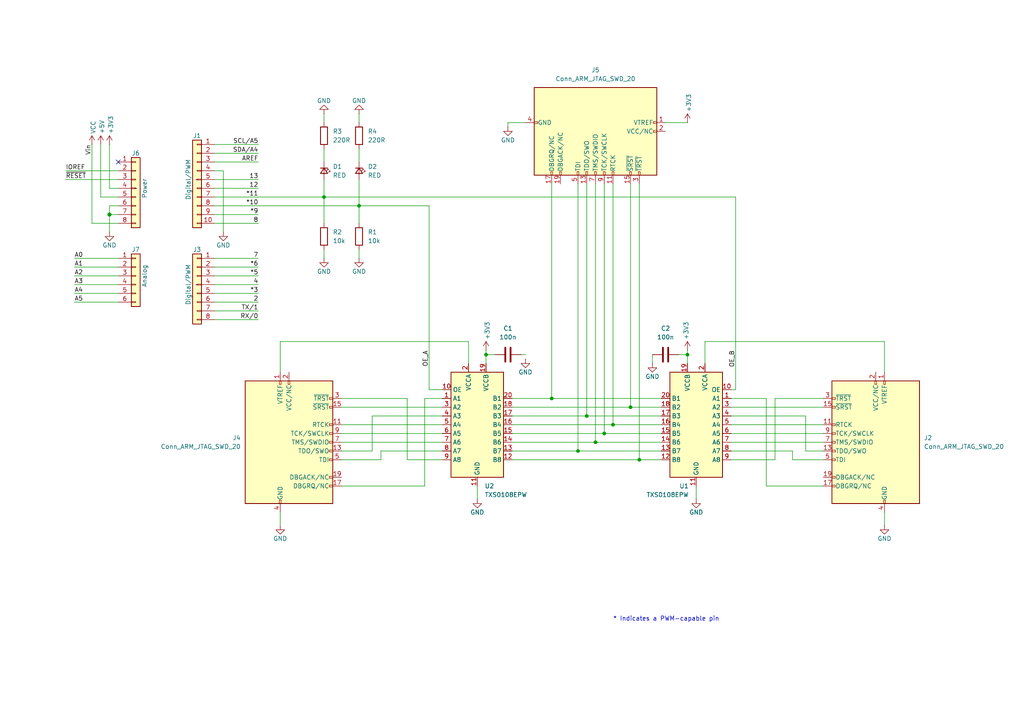
<source format=kicad_sch>
(kicad_sch (version 20250114) (generator "eeschema") (generator_version "9.0")
  (paper "A4")
  (title_block (date "mar. 31 mars 2015"))
  (lib_symbols
    (symbol "Connector:Conn_ARM_JTAG_SWD_20" (pin_names (offset 1.016))
      (property "Reference" "J" (at -5.08 21.59 0))
      (property "Value" "Conn_ARM_JTAG_SWD_20" (at -5.08 19.05 0))
      (symbol "Conn_ARM_JTAG_SWD_20_0_1"
        (rectangle (start -12.7 17.78) (end 12.7 -17.78) (stroke (width 0.254)) (fill (type background)))
        (rectangle (start -2.794 17.78) (end -2.286 16.764))
        (rectangle (start -2.794 -17.78) (end -2.286 -16.764))
        (rectangle (start -0.254 17.78) (end 0.254 16.764))
        (rectangle (start 11.684 2.286) (end 12.7 2.794))
        (rectangle (start 12.7 12.954) (end 11.684 12.446))
        (rectangle (start 12.7 10.414) (end 11.684 9.906))
        (rectangle (start 12.7 4.826) (end 11.684 5.334))
        (rectangle (start 12.7 -0.254) (end 11.684 0.254))
        (rectangle (start 12.7 -2.794) (end 11.684 -2.286))
        (rectangle (start 12.7 -9.906) (end 11.684 -10.414))
        (rectangle (start 12.7 -12.446) (end 11.684 -12.954))
      )
      (symbol "Conn_ARM_JTAG_SWD_20_1_1"
        (rectangle (start 11.684 -5.334) (end 12.7 -4.826))
        (pin power_in line (at -2.54 20.32 270) (length 2.54) (name "VTREF") (number "1"))
        (pin passive line (at -2.54 -20.32 90) (length 2.54) (hide yes) (name "GND") (number "10"))
        (pin passive line (at -2.54 -20.32 90) (length 2.54) (hide yes) (name "GND") (number "12"))
        (pin passive line (at -2.54 -20.32 90) (length 2.54) (hide yes) (name "GND") (number "14"))
        (pin passive line (at -2.54 -20.32 90) (length 2.54) (hide yes) (name "GND") (number "16"))
        (pin passive line (at -2.54 -20.32 90) (length 2.54) (hide yes) (name "GND") (number "18"))
        (pin passive line (at -2.54 -20.32 90) (length 2.54) (hide yes) (name "GND") (number "20"))
        (pin power_in line (at -2.54 -20.32 90) (length 2.54) (name "GND") (number "4"))
        (pin passive line (at -2.54 -20.32 90) (length 2.54) (hide yes) (name "GND") (number "6"))
        (pin passive line (at -2.54 -20.32 90) (length 2.54) (hide yes) (name "GND") (number "8"))
        (pin power_in line (at 0 20.32 270) (length 2.54) (name "VCC/NC") (number "2"))
        (pin output line (at 15.24 12.7 180) (length 2.54) (name "~{TRST}") (number "3"))
        (pin bidirectional line (at 15.24 10.16 180) (length 2.54) (name "~{SRST}") (number "15"))
        (pin input line (at 15.24 5.08 180) (length 2.54) (name "RTCK") (number "11"))
        (pin output line (at 15.24 2.54 180) (length 2.54) (name "TCK/SWCLK") (number "9"))
        (pin output line (at 15.24 0 180) (length 2.54) (name "TMS/SWDIO") (number "7"))
        (pin input line (at 15.24 -2.54 180) (length 2.54) (name "TDO/SWO") (number "13"))
        (pin output line (at 15.24 -5.08 180) (length 2.54) (name "TDI") (number "5"))
        (pin input line (at 15.24 -10.16 180) (length 2.54) (name "DBGACK/NC") (number "19"))
        (pin output line (at 15.24 -12.7 180) (length 2.54) (name "DBGRQ/NC") (number "17"))
      )
    )
    (symbol "Connector_Generic:Conn_01x06" (pin_names (offset 1.016) (hide yes))
      (property "Reference" "J" (at 0 7.62 0))
      (property "Value" "Conn_01x06" (at 0 -10.16 0))
      (symbol "Conn_01x06_1_1"
        (rectangle (start -1.27 6.35) (end 1.27 -8.89) (stroke (width 0.254)) (fill (type background)))
        (rectangle (start -1.27 5.207) (end 0 4.953) (stroke (width 0.1524)))
        (rectangle (start -1.27 2.667) (end 0 2.413) (stroke (width 0.1524)))
        (rectangle (start -1.27 0.127) (end 0 -0.127) (stroke (width 0.1524)))
        (rectangle (start -1.27 -2.413) (end 0 -2.667) (stroke (width 0.1524)))
        (rectangle (start -1.27 -4.953) (end 0 -5.207) (stroke (width 0.1524)))
        (rectangle (start -1.27 -7.493) (end 0 -7.747) (stroke (width 0.1524)))
        (pin passive line (at -5.08 5.08 0) (length 3.81) (name "Pin_1") (number "1"))
        (pin passive line (at -5.08 2.54 0) (length 3.81) (name "Pin_2") (number "2"))
        (pin passive line (at -5.08 0 0) (length 3.81) (name "Pin_3") (number "3"))
        (pin passive line (at -5.08 -2.54 0) (length 3.81) (name "Pin_4") (number "4"))
        (pin passive line (at -5.08 -5.08 0) (length 3.81) (name "Pin_5") (number "5"))
        (pin passive line (at -5.08 -7.62 0) (length 3.81) (name "Pin_6") (number "6"))
      )
    )
    (symbol "Connector_Generic:Conn_01x08" (pin_names (offset 1.016) (hide yes))
      (property "Reference" "J" (at 0 10.16 0))
      (property "Value" "Conn_01x08" (at 0 -12.7 0))
      (symbol "Conn_01x08_1_1"
        (rectangle (start -1.27 8.89) (end 1.27 -11.43) (stroke (width 0.254)) (fill (type background)))
        (rectangle (start -1.27 7.747) (end 0 7.493) (stroke (width 0.1524)))
        (rectangle (start -1.27 5.207) (end 0 4.953) (stroke (width 0.1524)))
        (rectangle (start -1.27 2.667) (end 0 2.413) (stroke (width 0.1524)))
        (rectangle (start -1.27 0.127) (end 0 -0.127) (stroke (width 0.1524)))
        (rectangle (start -1.27 -2.413) (end 0 -2.667) (stroke (width 0.1524)))
        (rectangle (start -1.27 -4.953) (end 0 -5.207) (stroke (width 0.1524)))
        (rectangle (start -1.27 -7.493) (end 0 -7.747) (stroke (width 0.1524)))
        (rectangle (start -1.27 -10.033) (end 0 -10.287) (stroke (width 0.1524)))
        (pin passive line (at -5.08 7.62 0) (length 3.81) (name "Pin_1") (number "1"))
        (pin passive line (at -5.08 5.08 0) (length 3.81) (name "Pin_2") (number "2"))
        (pin passive line (at -5.08 2.54 0) (length 3.81) (name "Pin_3") (number "3"))
        (pin passive line (at -5.08 0 0) (length 3.81) (name "Pin_4") (number "4"))
        (pin passive line (at -5.08 -2.54 0) (length 3.81) (name "Pin_5") (number "5"))
        (pin passive line (at -5.08 -5.08 0) (length 3.81) (name "Pin_6") (number "6"))
        (pin passive line (at -5.08 -7.62 0) (length 3.81) (name "Pin_7") (number "7"))
        (pin passive line (at -5.08 -10.16 0) (length 3.81) (name "Pin_8") (number "8"))
      )
    )
    (symbol "Connector_Generic:Conn_01x10" (pin_names (offset 1.016) (hide yes))
      (property "Reference" "J" (at 0 12.7 0))
      (property "Value" "Conn_01x10" (at 0 -15.24 0))
      (symbol "Conn_01x10_1_1"
        (rectangle (start -1.27 11.43) (end 1.27 -13.97) (stroke (width 0.254)) (fill (type background)))
        (rectangle (start -1.27 10.287) (end 0 10.033) (stroke (width 0.1524)))
        (rectangle (start -1.27 7.747) (end 0 7.493) (stroke (width 0.1524)))
        (rectangle (start -1.27 5.207) (end 0 4.953) (stroke (width 0.1524)))
        (rectangle (start -1.27 2.667) (end 0 2.413) (stroke (width 0.1524)))
        (rectangle (start -1.27 0.127) (end 0 -0.127) (stroke (width 0.1524)))
        (rectangle (start -1.27 -2.413) (end 0 -2.667) (stroke (width 0.1524)))
        (rectangle (start -1.27 -4.953) (end 0 -5.207) (stroke (width 0.1524)))
        (rectangle (start -1.27 -7.493) (end 0 -7.747) (stroke (width 0.1524)))
        (rectangle (start -1.27 -10.033) (end 0 -10.287) (stroke (width 0.1524)))
        (rectangle (start -1.27 -12.573) (end 0 -12.827) (stroke (width 0.1524)))
        (pin passive line (at -5.08 10.16 0) (length 3.81) (name "Pin_1") (number "1"))
        (pin passive line (at -5.08 7.62 0) (length 3.81) (name "Pin_2") (number "2"))
        (pin passive line (at -5.08 5.08 0) (length 3.81) (name "Pin_3") (number "3"))
        (pin passive line (at -5.08 2.54 0) (length 3.81) (name "Pin_4") (number "4"))
        (pin passive line (at -5.08 0 0) (length 3.81) (name "Pin_5") (number "5"))
        (pin passive line (at -5.08 -2.54 0) (length 3.81) (name "Pin_6") (number "6"))
        (pin passive line (at -5.08 -5.08 0) (length 3.81) (name "Pin_7") (number "7"))
        (pin passive line (at -5.08 -7.62 0) (length 3.81) (name "Pin_8") (number "8"))
        (pin passive line (at -5.08 -10.16 0) (length 3.81) (name "Pin_9") (number "9"))
        (pin passive line (at -5.08 -12.7 0) (length 3.81) (name "Pin_10") (number "10"))
      )
    )
    (symbol "Device:C" (pin_numbers (hide yes)) (pin_names (offset 0.254))
      (property "Reference" "C" (at 0.635 2.54 0))
      (property "Value" "C" (at 0.635 -2.54 0))
      (symbol "C_0_1"
        (polyline (pts (xy -2.032 0.762) (xy 2.032 0.762)) (stroke (width 0.508)))
        (polyline (pts (xy -2.032 -0.762) (xy 2.032 -0.762)) (stroke (width 0.508)))
      )
      (symbol "C_1_1"
        (pin passive line (at 0 3.81 270) (length 2.794) (name "~") (number "1"))
        (pin passive line (at 0 -3.81 90) (length 2.794) (name "~") (number "2"))
      )
    )
    (symbol "Device:LED_Small" (pin_numbers (hide yes)) (pin_names (offset 0.254) (hide yes))
      (property "Reference" "D" (at -1.27 3.175 0))
      (property "Value" "LED_Small" (at -4.445 -2.54 0))
      (symbol "LED_Small_0_1"
        (polyline (pts (xy -0.762 -1.016) (xy -0.762 1.016)) (stroke (width 0.254)))
        (polyline (pts (xy 0 0.762) (xy -0.508 1.27) (xy -0.254 1.27) (xy -0.508 1.27) (xy -0.508 1.016)))
        (polyline (pts (xy 0.508 1.27) (xy 0 1.778) (xy 0.254 1.778) (xy 0 1.778) (xy 0 1.524)))
        (polyline (pts (xy 0.762 -1.016) (xy -0.762 0) (xy 0.762 1.016) (xy 0.762 -1.016)) (stroke (width 0.254)))
        (polyline (pts (xy 1.016 0) (xy -0.762 0)))
      )
      (symbol "LED_Small_1_1"
        (pin passive line (at -2.54 0 0) (length 1.778) (name "K") (number "1"))
        (pin passive line (at 2.54 0 180) (length 1.778) (name "A") (number "2"))
      )
    )
    (symbol "Device:R" (pin_numbers (hide yes)) (pin_names (offset 0))
      (property "Reference" "R" (at 2.032 0 90))
      (property "Value" "R" (at 0 0 90))
      (symbol "R_0_1"
        (rectangle (start -1.016 -2.54) (end 1.016 2.54) (stroke (width 0.254)))
      )
      (symbol "R_1_1"
        (pin passive line (at 0 3.81 270) (length 1.27) (name "~") (number "1"))
        (pin passive line (at 0 -3.81 90) (length 1.27) (name "~") (number "2"))
      )
    )
    (symbol "Logic_LevelTranslator:TXS0108EPW"
      (property "Reference" "U" (at -6.35 16.51 0))
      (property "Value" "TXS0108EPW" (at 3.81 16.51 0))
      (symbol "TXS0108EPW_0_1"
        (rectangle (start -7.62 15.24) (end 7.62 -15.24) (stroke (width 0.254)) (fill (type background)))
      )
      (symbol "TXS0108EPW_1_1"
        (pin input line (at -10.16 10.16 0) (length 2.54) (name "OE") (number "10"))
        (pin bidirectional line (at -10.16 7.62 0) (length 2.54) (name "A1") (number "1"))
        (pin bidirectional line (at -10.16 5.08 0) (length 2.54) (name "A2") (number "3"))
        (pin bidirectional line (at -10.16 2.54 0) (length 2.54) (name "A3") (number "4"))
        (pin bidirectional line (at -10.16 0 0) (length 2.54) (name "A4") (number "5"))
        (pin bidirectional line (at -10.16 -2.54 0) (length 2.54) (name "A5") (number "6"))
        (pin bidirectional line (at -10.16 -5.08 0) (length 2.54) (name "A6") (number "7"))
        (pin bidirectional line (at -10.16 -7.62 0) (length 2.54) (name "A7") (number "8"))
        (pin bidirectional line (at -10.16 -10.16 0) (length 2.54) (name "A8") (number "9"))
        (pin power_in line (at -2.54 17.78 270) (length 2.54) (name "VCCA") (number "2"))
        (pin power_in line (at 0 -17.78 90) (length 2.54) (name "GND") (number "11"))
        (pin power_in line (at 2.54 17.78 270) (length 2.54) (name "VCCB") (number "19"))
        (pin bidirectional line (at 10.16 7.62 180) (length 2.54) (name "B1") (number "20"))
        (pin bidirectional line (at 10.16 5.08 180) (length 2.54) (name "B2") (number "18"))
        (pin bidirectional line (at 10.16 2.54 180) (length 2.54) (name "B3") (number "17"))
        (pin bidirectional line (at 10.16 0 180) (length 2.54) (name "B4") (number "16"))
        (pin bidirectional line (at 10.16 -2.54 180) (length 2.54) (name "B5") (number "15"))
        (pin bidirectional line (at 10.16 -5.08 180) (length 2.54) (name "B6") (number "14"))
        (pin bidirectional line (at 10.16 -7.62 180) (length 2.54) (name "B7") (number "13"))
        (pin bidirectional line (at 10.16 -10.16 180) (length 2.54) (name "B8") (number "12"))
      )
    )
    (symbol "power:+3V3" (power) (pin_numbers (hide yes)) (pin_names (offset 0) (hide yes))
      (property "Value" "+3V3" (at 0 3.556 0))
      (symbol "+3V3_0_1"
        (polyline (pts (xy -0.762 1.27) (xy 0 2.54)))
        (polyline (pts (xy 0 2.54) (xy 0.762 1.27)))
        (polyline (pts (xy 0 0) (xy 0 2.54)))
      )
      (symbol "+3V3_1_1"
        (pin power_in line (at 0 0 90) (length 0) (name "~") (number "1"))
      )
    )
    (symbol "power:+5V" (power) (pin_numbers (hide yes)) (pin_names (offset 0) (hide yes))
      (property "Value" "+5V" (at 0 3.556 0))
      (symbol "+5V_0_1"
        (polyline (pts (xy -0.762 1.27) (xy 0 2.54)))
        (polyline (pts (xy 0 2.54) (xy 0.762 1.27)))
        (polyline (pts (xy 0 0) (xy 0 2.54)))
      )
      (symbol "+5V_1_1"
        (pin power_in line (at 0 0 90) (length 0) (name "~") (number "1"))
      )
    )
    (symbol "power:GND" (power) (pin_numbers (hide yes)) (pin_names (offset 0) (hide yes))
      (property "Value" "GND" (at 0 -3.81 0))
      (symbol "GND_0_1"
        (polyline (pts (xy 0 0) (xy 0 -1.27) (xy 1.27 -1.27) (xy 0 -2.54) (xy -1.27 -1.27) (xy 0 -1.27)))
      )
      (symbol "GND_1_1"
        (pin power_in line (at 0 0 270) (length 0) (name "~") (number "1"))
      )
    )
    (symbol "power:VCC" (power) (pin_numbers (hide yes)) (pin_names (offset 0) (hide yes))
      (property "Value" "VCC" (at 0 3.556 0))
      (symbol "VCC_0_1"
        (polyline (pts (xy -0.762 1.27) (xy 0 2.54)))
        (polyline (pts (xy 0 2.54) (xy 0.762 1.27)))
        (polyline (pts (xy 0 0) (xy 0 2.54)))
      )
      (symbol "VCC_1_1"
        (pin power_in line (at 0 0 90) (length 0) (name "~") (number "1"))
      )
    )
  )
  (text "* Indicates a PWM-capable pin" (at 177.8 180.34 0) (effects (font (size 1.27 1.27)) (justify left bottom)))
  (junction (at 93.98 57.15))
  (junction (at 31.75 62.23) (diameter 1.016))
  (junction (at 185.42 133.35))
  (junction (at 160.02 115.57))
  (junction (at 175.26 125.73))
  (junction (at 182.88 118.11))
  (junction (at 140.97 102.87))
  (junction (at 104.14 59.69))
  (junction (at 177.8 123.19))
  (junction (at 199.39 102.87))
  (junction (at 167.64 130.81))
  (junction (at 170.18 120.65))
  (junction (at 172.72 128.27))
  (no_connect (at 34.29 46.99))
  (wire (pts (xy 62.23 92.71) (xy 74.93 92.71)))
  (wire (pts (xy 104.14 43.18) (xy 104.14 46.99)))
  (wire (pts (xy 135.89 99.06) (xy 135.89 105.41)))
  (wire (pts (xy 62.23 41.91) (xy 74.93 41.91)))
  (wire (pts (xy 148.59 130.81) (xy 167.64 130.81)))
  (wire (pts (xy 147.32 35.56) (xy 152.4 35.56)))
  (wire (pts (xy 118.11 115.57) (xy 118.11 133.35)))
  (wire (pts (xy 104.14 33.02) (xy 104.14 35.56)))
  (wire (pts (xy 140.97 102.87) (xy 143.51 102.87)))
  (wire (pts (xy 31.75 59.69) (xy 31.75 62.23)))
  (wire (pts (xy 148.59 133.35) (xy 185.42 133.35)))
  (wire (pts (xy 182.88 53.34) (xy 182.88 118.11)))
  (wire (pts (xy 21.59 87.63) (xy 34.29 87.63)))
  (wire (pts (xy 212.09 120.65) (xy 233.68 120.65)))
  (wire (pts (xy 196.85 102.87) (xy 199.39 102.87)))
  (wire (pts (xy 138.43 140.97) (xy 138.43 144.78)))
  (wire (pts (xy 147.32 35.56) (xy 147.32 36.83)))
  (wire (pts (xy 148.59 123.19) (xy 177.8 123.19)))
  (wire (pts (xy 170.18 53.34) (xy 170.18 120.65)))
  (wire (pts (xy 31.75 62.23) (xy 31.75 67.31)))
  (wire (pts (xy 62.23 57.15) (xy 93.98 57.15)))
  (wire (pts (xy 31.75 54.61) (xy 34.29 54.61)))
  (wire (pts (xy 29.21 57.15) (xy 34.29 57.15)))
  (wire (pts (xy 123.19 140.97) (xy 123.19 115.57)))
  (wire (pts (xy 29.21 41.91) (xy 29.21 57.15)))
  (wire (pts (xy 160.02 115.57) (xy 191.77 115.57)))
  (wire (pts (xy 118.11 133.35) (xy 128.27 133.35)))
  (wire (pts (xy 212.09 133.35) (xy 224.79 133.35)))
  (wire (pts (xy 62.23 52.07) (xy 74.93 52.07)))
  (wire (pts (xy 193.04 35.56) (xy 199.39 35.56)))
  (wire (pts (xy 110.49 130.81) (xy 128.27 130.81)))
  (wire (pts (xy 99.06 123.19) (xy 128.27 123.19)))
  (wire (pts (xy 31.75 41.91) (xy 31.75 54.61)))
  (wire (pts (xy 62.23 74.93) (xy 74.93 74.93)))
  (wire (pts (xy 256.54 148.59) (xy 256.54 152.4)))
  (wire (pts (xy 34.29 74.93) (xy 21.59 74.93)))
  (wire (pts (xy 62.23 54.61) (xy 74.93 54.61)))
  (wire (pts (xy 185.42 53.34) (xy 185.42 133.35)))
  (wire (pts (xy 182.88 118.11) (xy 191.77 118.11)))
  (wire (pts (xy 140.97 101.6) (xy 140.97 102.87)))
  (wire (pts (xy 62.23 77.47) (xy 74.93 77.47)))
  (wire (pts (xy 104.14 59.69) (xy 104.14 64.77)))
  (wire (pts (xy 124.46 59.69) (xy 124.46 113.03)))
  (wire (pts (xy 222.25 115.57) (xy 222.25 140.97)))
  (wire (pts (xy 123.19 115.57) (xy 128.27 115.57)))
  (wire (pts (xy 99.06 133.35) (xy 110.49 133.35)))
  (wire (pts (xy 93.98 33.02) (xy 93.98 35.56)))
  (wire (pts (xy 222.25 140.97) (xy 238.76 140.97)))
  (wire (pts (xy 107.95 130.81) (xy 107.95 120.65)))
  (wire (pts (xy 62.23 62.23) (xy 74.93 62.23)))
  (wire (pts (xy 172.72 128.27) (xy 191.77 128.27)))
  (wire (pts (xy 172.72 53.34) (xy 172.72 128.27)))
  (wire (pts (xy 199.39 102.87) (xy 199.39 105.41)))
  (wire (pts (xy 62.23 82.55) (xy 74.93 82.55)))
  (wire (pts (xy 148.59 118.11) (xy 182.88 118.11)))
  (wire (pts (xy 148.59 128.27) (xy 172.72 128.27)))
  (wire (pts (xy 19.05 49.53) (xy 34.29 49.53)))
  (wire (pts (xy 128.27 118.11) (xy 99.06 118.11)))
  (wire (pts (xy 81.28 107.95) (xy 81.28 99.06)))
  (wire (pts (xy 99.06 140.97) (xy 123.19 140.97)))
  (wire (pts (xy 177.8 123.19) (xy 191.77 123.19)))
  (wire (pts (xy 81.28 99.06) (xy 135.89 99.06)))
  (wire (pts (xy 233.68 120.65) (xy 233.68 130.81)))
  (wire (pts (xy 212.09 128.27) (xy 238.76 128.27)))
  (wire (pts (xy 93.98 57.15) (xy 213.36 57.15)))
  (wire (pts (xy 64.77 49.53) (xy 64.77 67.31)))
  (wire (pts (xy 128.27 120.65) (xy 107.95 120.65)))
  (wire (pts (xy 189.23 102.87) (xy 189.23 105.41)))
  (wire (pts (xy 148.59 120.65) (xy 170.18 120.65)))
  (wire (pts (xy 62.23 46.99) (xy 74.93 46.99)))
  (wire (pts (xy 212.09 123.19) (xy 238.76 123.19)))
  (wire (pts (xy 233.68 130.81) (xy 238.76 130.81)))
  (wire (pts (xy 34.29 80.01) (xy 21.59 80.01)))
  (wire (pts (xy 19.05 52.07) (xy 34.29 52.07)))
  (wire (pts (xy 229.87 130.81) (xy 229.87 133.35)))
  (wire (pts (xy 167.64 130.81) (xy 191.77 130.81)))
  (wire (pts (xy 124.46 113.03) (xy 128.27 113.03)))
  (wire (pts (xy 34.29 62.23) (xy 31.75 62.23)))
  (wire (pts (xy 93.98 52.07) (xy 93.98 57.15)))
  (wire (pts (xy 124.46 59.69) (xy 104.14 59.69)))
  (wire (pts (xy 152.4 102.87) (xy 151.13 102.87)))
  (wire (pts (xy 34.29 64.77) (xy 26.67 64.77)))
  (wire (pts (xy 175.26 125.73) (xy 191.77 125.73)))
  (wire (pts (xy 213.36 113.03) (xy 212.09 113.03)))
  (wire (pts (xy 21.59 77.47) (xy 34.29 77.47)))
  (wire (pts (xy 99.06 125.73) (xy 128.27 125.73)))
  (wire (pts (xy 212.09 118.11) (xy 238.76 118.11)))
  (wire (pts (xy 212.09 125.73) (xy 238.76 125.73)))
  (wire (pts (xy 104.14 72.39) (xy 104.14 74.93)))
  (wire (pts (xy 99.06 115.57) (xy 118.11 115.57)))
  (wire (pts (xy 177.8 53.34) (xy 177.8 123.19)))
  (wire (pts (xy 224.79 115.57) (xy 238.76 115.57)))
  (wire (pts (xy 212.09 115.57) (xy 222.25 115.57)))
  (wire (pts (xy 62.23 49.53) (xy 64.77 49.53)))
  (wire (pts (xy 170.18 120.65) (xy 191.77 120.65)))
  (wire (pts (xy 199.39 101.6) (xy 199.39 102.87)))
  (wire (pts (xy 148.59 115.57) (xy 160.02 115.57)))
  (wire (pts (xy 34.29 59.69) (xy 31.75 59.69)))
  (wire (pts (xy 148.59 125.73) (xy 175.26 125.73)))
  (wire (pts (xy 229.87 133.35) (xy 238.76 133.35)))
  (wire (pts (xy 93.98 57.15) (xy 93.98 64.77)))
  (wire (pts (xy 93.98 43.18) (xy 93.98 46.99)))
  (wire (pts (xy 256.54 107.95) (xy 256.54 99.06)))
  (wire (pts (xy 62.23 80.01) (xy 74.93 80.01)))
  (wire (pts (xy 21.59 82.55) (xy 34.29 82.55)))
  (wire (pts (xy 93.98 72.39) (xy 93.98 74.93)))
  (wire (pts (xy 175.26 53.34) (xy 175.26 125.73)))
  (wire (pts (xy 213.36 57.15) (xy 213.36 113.03)))
  (wire (pts (xy 256.54 99.06) (xy 204.47 99.06)))
  (wire (pts (xy 167.64 53.34) (xy 167.64 130.81)))
  (wire (pts (xy 110.49 133.35) (xy 110.49 130.81)))
  (wire (pts (xy 104.14 52.07) (xy 104.14 59.69)))
  (wire (pts (xy 160.02 53.34) (xy 160.02 115.57)))
  (wire (pts (xy 99.06 130.81) (xy 107.95 130.81)))
  (wire (pts (xy 81.28 148.59) (xy 81.28 152.4)))
  (wire (pts (xy 104.14 59.69) (xy 62.23 59.69)))
  (wire (pts (xy 62.23 44.45) (xy 74.93 44.45)))
  (wire (pts (xy 204.47 99.06) (xy 204.47 105.41)))
  (wire (pts (xy 62.23 87.63) (xy 74.93 87.63)))
  (wire (pts (xy 62.23 85.09) (xy 74.93 85.09)))
  (wire (pts (xy 201.93 140.97) (xy 201.93 144.78)))
  (wire (pts (xy 140.97 102.87) (xy 140.97 105.41)))
  (wire (pts (xy 212.09 130.81) (xy 229.87 130.81)))
  (wire (pts (xy 185.42 133.35) (xy 191.77 133.35)))
  (wire (pts (xy 62.23 90.17) (xy 74.93 90.17)))
  (wire (pts (xy 26.67 64.77) (xy 26.67 41.91)))
  (wire (pts (xy 224.79 133.35) (xy 224.79 115.57)))
  (wire (pts (xy 34.29 85.09) (xy 21.59 85.09)))
  (wire (pts (xy 62.23 64.77) (xy 74.93 64.77)))
  (wire (pts (xy 99.06 128.27) (xy 128.27 128.27)))
  (label "RX{slash}0" (at 74.93 92.71 180))
  (label "A2" (at 21.59 80.01 0))
  (label "4" (at 74.93 82.55 180))
  (label "OE_A" (at 124.46 101.6 270))
  (label "2" (at 74.93 87.63 180))
  (label "A3" (at 21.59 82.55 0))
  (label "13" (at 74.93 52.07 180))
  (label "12" (at 74.93 54.61 180))
  (label "~{RESET}" (at 19.05 52.07 0))
  (label "*10" (at 74.93 59.69 180))
  (label "7" (at 74.93 74.93 180))
  (label "SDA{slash}A4" (at 74.93 44.45 180))
  (label "8" (at 74.93 64.77 180))
  (label "*11" (at 74.93 57.15 180))
  (label "*3" (at 74.93 85.09 180))
  (label "A1" (at 21.59 77.47 0))
  (label "TX{slash}1" (at 74.93 90.17 180))
  (label "OE_B" (at 213.36 101.6 270))
  (label "A0" (at 21.59 74.93 0))
  (label "AREF" (at 74.93 46.99 180))
  (label "Vin" (at 26.67 41.91 270))
  (label "*6" (at 74.93 77.47 180))
  (label "SCL{slash}A5" (at 74.93 41.91 180))
  (label "*9" (at 74.93 62.23 180))
  (label "*5" (at 74.93 80.01 180))
  (label "IOREF" (at 19.05 49.53 0))
  (label "A4" (at 21.59 85.09 0))
  (label "A5" (at 21.59 87.63 0))
  (symbol (lib_id "Connector_Generic:Conn_01x08") (at 39.37 54.61 0) (unit 1)
    (property "Reference" "J6" (at 39.37 44.45 0))
    (property "Value" "Power" (at 41.91 54.61 90))
    (property "Footprint" "Connector_PinSocket_2.54mm:PinSocket_1x08_P2.54mm_Vertical" (effects (hide yes)))
    (property "Datasheet" "~" (at 39.37 54.61 0))
    (property "Description" "Generic connector, single row, 01x08, script generated (kicad-library-utils/schlib/autogen/connector/)" (effects (hide yes)))
  )
  (symbol (lib_id "power:+3V3") (at 31.75 41.91 0) (unit 1)
    (property "Reference" "#PWR03" (effects (hide yes)))
    (property "Value" "+3V3" (at 32.131 38.862 90) (effects (justify left)))
    (property "Description" "Power symbol creates a global label with name \"+3V3\"" (effects (hide yes)))
  )
  (symbol (lib_id "power:+5V") (at 29.21 41.91 0) (unit 1)
    (property "Reference" "#PWR02" (effects (hide yes)))
    (property "Value" "+5V" (at 29.5656 38.862 90) (effects (justify left)))
    (property "Description" "Power symbol creates a global label with name \"+5V\"" (effects (hide yes)))
  )
  (symbol (lib_id "power:GND") (at 31.75 67.31 0) (unit 1)
    (property "Reference" "#PWR04" (effects (hide yes)))
    (property "Value" "GND" (at 31.75 71.12 0))
    (property "Description" "Power symbol creates a global label with name \"GND\" , ground" (effects (hide yes)))
  )
  (symbol (lib_id "Connector_Generic:Conn_01x10") (at 57.15 52.07 0) (mirror y) (unit 1)
    (property "Reference" "J1" (at 57.15 39.37 0))
    (property "Value" "Digital/PWM" (at 54.61 52.07 90))
    (property "Footprint" "Connector_PinSocket_2.54mm:PinSocket_1x10_P2.54mm_Vertical" (effects (hide yes)))
    (property "Datasheet" "~" (at 57.15 52.07 0))
    (property "Description" "Generic connector, single row, 01x10, script generated (kicad-library-utils/schlib/autogen/connector/)" (effects (hide yes)))
  )
  (symbol (lib_id "power:GND") (at 64.77 67.31 0) (unit 1)
    (property "Reference" "#PWR05" (effects (hide yes)))
    (property "Value" "GND" (at 64.77 71.12 0))
    (property "Description" "Power symbol creates a global label with name \"GND\" , ground" (effects (hide yes)))
  )
  (symbol (lib_id "Connector_Generic:Conn_01x06") (at 39.37 80.01 0) (unit 1)
    (property "Reference" "J7" (at 39.37 72.39 0))
    (property "Value" "Analog" (at 41.91 80.01 90))
    (property "Footprint" "Connector_PinSocket_2.54mm:PinSocket_1x06_P2.54mm_Vertical" (effects (hide yes)))
    (property "Description" "Generic connector, single row, 01x06, script generated (kicad-library-utils/schlib/autogen/connector/)" (effects (hide yes)))
  )
  (symbol (lib_id "Connector_Generic:Conn_01x08") (at 57.15 82.55 0) (mirror y) (unit 1)
    (property "Reference" "J3" (at 57.15 72.39 0))
    (property "Value" "Digital/PWM" (at 54.61 82.55 90))
    (property "Footprint" "Connector_PinSocket_2.54mm:PinSocket_1x08_P2.54mm_Vertical" (effects (hide yes)))
    (property "Datasheet" "~" (at 57.15 82.55 0))
    (property "Description" "Generic connector, single row, 01x08, script generated (kicad-library-utils/schlib/autogen/connector/)" (effects (hide yes)))
  )
  (symbol (lib_id "power:GND") (at 138.43 144.78 0) (unit 1)
    (property "Reference" "#PWR09" (effects (hide yes)))
    (property "Value" "GND" (at 138.43 148.59 0))
    (property "Description" "Power symbol creates a global label with name \"GND\" , ground" (effects (hide yes)))
  )
  (symbol (lib_id "power:+3V3") (at 199.39 35.56 0) (unit 1)
    (property "Reference" "#PWR014" (effects (hide yes)))
    (property "Value" "+3V3" (at 199.771 32.512 90) (effects (justify left)))
    (property "Description" "Power symbol creates a global label with name \"+3V3\"" (effects (hide yes)))
  )
  (symbol (lib_id "power:GND") (at 81.28 152.4 0) (unit 1)
    (property "Reference" "#PWR08" (effects (hide yes)))
    (property "Value" "GND" (at 81.28 156.21 0))
    (property "Description" "Power symbol creates a global label with name \"GND\" , ground" (effects (hide yes)))
  )
  (symbol (lib_id "Device:R") (at 104.14 68.58 0) (unit 1)
    (property "Reference" "R1" (at 106.68 67.3099 0) (effects (justify left)))
    (property "Value" "10k" (at 106.68 69.8499 0) (effects (justify left)))
    (property "Footprint" "Resistor_SMD:R_0201_0603Metric" (effects (hide yes)))
    (property "Description" "Resistor" (effects (hide yes)))
  )
  (symbol (lib_id "Connector:Conn_ARM_JTAG_SWD_20") (at 172.72 38.1 270) (unit 1)
    (property "Reference" "J5" (at 172.72 20.32 90))
    (property "Value" "Conn_ARM_JTAG_SWD_20" (at 172.72 22.86 90))
    (property "Footprint" "Connector_IDC:IDC-Header_2x10_P2.54mm_Horizontal" (effects (hide yes)))
    (property "Datasheet" "http://infocenter.arm.com/help/topic/com.arm.doc.dui0499b/DUI0499B_system_design_reference.pdf" (effects (hide yes)))
    (property "Description" "Standard IDC20 Pinheader Connector, ARM legacy JTAG and SWD interface" (effects (hide yes)))
  )
  (symbol (lib_id "power:GND") (at 201.93 144.78 0) (mirror y) (unit 1)
    (property "Reference" "#PWR011" (effects (hide yes)))
    (property "Value" "GND" (at 201.93 148.59 0))
    (property "Description" "Power symbol creates a global label with name \"GND\" , ground" (effects (hide yes)))
  )
  (symbol (lib_id "power:+3V3") (at 199.39 101.6 0) (mirror y) (unit 1)
    (property "Reference" "#PWR012" (effects (hide yes)))
    (property "Value" "+3V3" (at 199.009 98.552 90) (effects (justify left)))
    (property "Description" "Power symbol creates a global label with name \"+3V3\"" (effects (hide yes)))
  )
  (symbol (lib_id "power:GND") (at 256.54 152.4 0) (mirror y) (unit 1)
    (property "Reference" "#PWR010" (effects (hide yes)))
    (property "Value" "GND" (at 256.54 156.21 0))
    (property "Description" "Power symbol creates a global label with name \"GND\" , ground" (effects (hide yes)))
  )
  (symbol (lib_id "power:GND") (at 93.98 33.02 180) (unit 1)
    (property "Reference" "#PWR018" (effects (hide yes)))
    (property "Value" "GND" (at 93.98 29.21 0))
    (property "Description" "Power symbol creates a global label with name \"GND\" , ground" (effects (hide yes)))
  )
  (symbol (lib_id "Logic_LevelTranslator:TXS0108EPW") (at 138.43 123.19 0) (unit 1)
    (property "Reference" "U2" (at 140.5733 140.97 0) (effects (justify left)))
    (property "Value" "TXS0108EPW" (at 140.5733 143.51 0) (effects (justify left)))
    (property "Footprint" "Package_SO:TSSOP-20_4.4x6.5mm_P0.65mm" (effects (hide yes)))
    (property "Datasheet" "www.ti.com/lit/ds/symlink/txs0108e.pdf" (effects (hide yes)))
    (property "Description" "Bidirectional  level-shifting voltage translator, TSSOP-20" (effects (hide yes)))
  )
  (symbol (lib_id "power:VCC") (at 26.67 41.91 0) (unit 1)
    (property "Reference" "#PWR01" (effects (hide yes)))
    (property "Value" "VCC" (at 27.051 38.862 90) (effects (justify left)))
    (property "Description" "Power symbol creates a global label with name \"VCC\"" (effects (hide yes)))
  )
  (symbol (lib_id "Device:R") (at 93.98 39.37 0) (unit 1)
    (property "Reference" "R3" (at 96.52 38.0999 0) (effects (justify left)))
    (property "Value" "220R" (at 96.52 40.6399 0) (effects (justify left)))
    (property "Footprint" "Resistor_SMD:R_0201_0603Metric" (effects (hide yes)))
    (property "Description" "Resistor" (effects (hide yes)))
  )
  (symbol (lib_id "power:+3V3") (at 140.97 101.6 0) (unit 1)
    (property "Reference" "#PWR06" (effects (hide yes)))
    (property "Value" "+3V3" (at 141.351 98.552 90) (effects (justify left)))
    (property "Description" "Power symbol creates a global label with name \"+3V3\"" (effects (hide yes)))
  )
  (symbol (lib_id "Connector:Conn_ARM_JTAG_SWD_20") (at 254 128.27 0) (mirror y) (unit 1)
    (property "Reference" "J2" (at 267.97 126.9999 0) (effects (justify right)))
    (property "Value" "Conn_ARM_JTAG_SWD_20" (at 267.97 129.5399 0) (effects (justify right)))
    (property "Footprint" "Connector_IDC:IDC-Header_2x10_P2.54mm_Vertical" (effects (hide yes)))
    (property "Datasheet" "http://infocenter.arm.com/help/topic/com.arm.doc.dui0499b/DUI0499B_system_design_reference.pdf" (effects (hide yes)))
    (property "Description" "Standard IDC20 Pinheader Connector, ARM legacy JTAG and SWD interface" (effects (hide yes)))
  )
  (symbol (lib_id "power:GND") (at 152.4 104.14 0) (unit 1)
    (property "Reference" "#PWR016" (effects (hide yes)))
    (property "Value" "GND" (at 152.4 107.95 0))
    (property "Description" "Power symbol creates a global label with name \"GND\" , ground" (effects (hide yes)))
  )
  (symbol (lib_id "Connector:Conn_ARM_JTAG_SWD_20") (at 83.82 128.27 0) (unit 1)
    (property "Reference" "J4" (at 69.85 126.9999 0) (effects (justify right)))
    (property "Value" "Conn_ARM_JTAG_SWD_20" (at 69.85 129.5399 0) (effects (justify right)))
    (property "Footprint" "Connector_IDC:IDC-Header_2x10_P2.54mm_Vertical" (effects (hide yes)))
    (property "Datasheet" "http://infocenter.arm.com/help/topic/com.arm.doc.dui0499b/DUI0499B_system_design_reference.pdf" (effects (hide yes)))
    (property "Description" "Standard IDC20 Pinheader Connector, ARM legacy JTAG and SWD interface" (effects (hide yes)))
  )
  (symbol (lib_id "Logic_LevelTranslator:TXS0108EPW") (at 201.93 123.19 0) (mirror y) (unit 1)
    (property "Reference" "U1" (at 199.7867 140.97 0) (effects (justify left)))
    (property "Value" "TXS0108EPW" (at 199.7867 143.51 0) (effects (justify left)))
    (property "Footprint" "Package_SO:TSSOP-20_4.4x6.5mm_P0.65mm" (effects (hide yes)))
    (property "Datasheet" "www.ti.com/lit/ds/symlink/txs0108e.pdf" (effects (hide yes)))
    (property "Description" "Bidirectional  level-shifting voltage translator, TSSOP-20" (effects (hide yes)))
  )
  (symbol (lib_id "Device:LED_Small") (at 93.98 49.53 270) (unit 1)
    (property "Reference" "D1" (at 96.52 48.3234 90) (effects (justify left)))
    (property "Value" "RED" (at 96.52 50.8634 90) (effects (justify left)))
    (property "Footprint" "LED_SMD:LED_0805_2012Metric" (effects (hide yes)))
    (property "Description" "Light emitting diode, small symbol" (effects (hide yes)))
    (property "Sim.Pin" "1=K 2=A" (effects (hide yes)))
  )
  (symbol (lib_id "Device:LED_Small") (at 104.14 49.53 270) (unit 1)
    (property "Reference" "D2" (at 106.68 48.3234 90) (effects (justify left)))
    (property "Value" "RED" (at 106.68 50.8634 90) (effects (justify left)))
    (property "Footprint" "LED_SMD:LED_0805_2012Metric" (effects (hide yes)))
    (property "Description" "Light emitting diode, small symbol" (effects (hide yes)))
    (property "Sim.Pin" "1=K 2=A" (effects (hide yes)))
  )
  (symbol (lib_id "power:GND") (at 147.32 36.83 0) (mirror y) (unit 1)
    (property "Reference" "#PWR015" (effects (hide yes)))
    (property "Value" "GND" (at 147.32 40.64 0))
    (property "Description" "Power symbol creates a global label with name \"GND\" , ground" (effects (hide yes)))
  )
  (symbol (lib_id "power:GND") (at 104.14 74.93 0) (unit 1)
    (property "Reference" "#PWR013" (effects (hide yes)))
    (property "Value" "GND" (at 104.14 78.74 0))
    (property "Description" "Power symbol creates a global label with name \"GND\" , ground" (effects (hide yes)))
  )
  (symbol (lib_id "power:GND") (at 189.23 105.41 0) (unit 1)
    (property "Reference" "#PWR017" (effects (hide yes)))
    (property "Value" "GND" (at 189.23 109.22 0))
    (property "Description" "Power symbol creates a global label with name \"GND\" , ground" (effects (hide yes)))
  )
  (symbol (lib_id "power:GND") (at 104.14 33.02 180) (unit 1)
    (property "Reference" "#PWR019" (effects (hide yes)))
    (property "Value" "GND" (at 104.14 29.21 0))
    (property "Description" "Power symbol creates a global label with name \"GND\" , ground" (effects (hide yes)))
  )
  (symbol (lib_id "power:GND") (at 93.98 74.93 0) (unit 1)
    (property "Reference" "#PWR07" (effects (hide yes)))
    (property "Value" "GND" (at 93.98 78.74 0))
    (property "Description" "Power symbol creates a global label with name \"GND\" , ground" (effects (hide yes)))
  )
  (symbol (lib_id "Device:C") (at 147.32 102.87 90) (unit 1)
    (property "Reference" "C1" (at 147.32 95.25 90))
    (property "Value" "100n" (at 147.32 97.79 90))
    (property "Footprint" "Capacitor_SMD:C_0201_0603Metric" (effects (hide yes)))
    (property "Description" "Unpolarized capacitor" (effects (hide yes)))
  )
  (symbol (lib_id "Device:C") (at 193.04 102.87 90) (unit 1)
    (property "Reference" "C2" (at 193.04 95.25 90))
    (property "Value" "100n" (at 193.04 97.79 90))
    (property "Footprint" "Capacitor_SMD:C_0201_0603Metric" (effects (hide yes)))
    (property "Description" "Unpolarized capacitor" (effects (hide yes)))
  )
  (symbol (lib_id "Device:R") (at 93.98 68.58 0) (unit 1)
    (property "Reference" "R2" (at 96.52 67.3099 0) (effects (justify left)))
    (property "Value" "10k" (at 96.52 69.8499 0) (effects (justify left)))
    (property "Footprint" "Resistor_SMD:R_0201_0603Metric" (effects (hide yes)))
    (property "Description" "Resistor" (effects (hide yes)))
  )
  (symbol (lib_id "Device:R") (at 104.14 39.37 0) (unit 1)
    (property "Reference" "R4" (at 106.68 38.0999 0) (effects (justify left)))
    (property "Value" "220R" (at 106.68 40.6399 0) (effects (justify left)))
    (property "Footprint" "Resistor_SMD:R_0201_0603Metric" (effects (hide yes)))
    (property "Description" "Resistor" (effects (hide yes)))
  )
)
</source>
